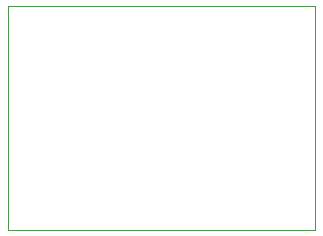
<source format=gbr>
%TF.GenerationSoftware,KiCad,Pcbnew,8.0.8*%
%TF.CreationDate,2025-02-18T20:07:35-06:00*%
%TF.ProjectId,Lab5,4c616235-2e6b-4696-9361-645f70636258,rev?*%
%TF.SameCoordinates,Original*%
%TF.FileFunction,Profile,NP*%
%FSLAX46Y46*%
G04 Gerber Fmt 4.6, Leading zero omitted, Abs format (unit mm)*
G04 Created by KiCad (PCBNEW 8.0.8) date 2025-02-18 20:07:35*
%MOMM*%
%LPD*%
G01*
G04 APERTURE LIST*
%TA.AperFunction,Profile*%
%ADD10C,0.050000*%
%TD*%
G04 APERTURE END LIST*
D10*
X17000000Y-34000000D02*
X43000000Y-34000000D01*
X17000000Y-15000000D02*
X17000000Y-34000000D01*
X43000000Y-15000000D02*
X17000000Y-15000000D01*
X43000000Y-34000000D02*
X43000000Y-15000000D01*
M02*

</source>
